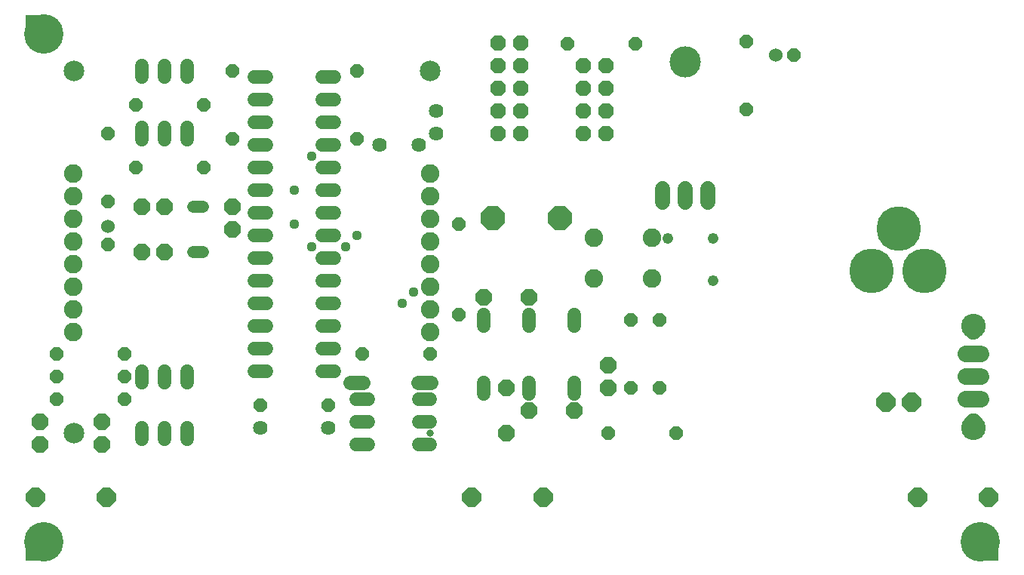
<source format=gts>
G75*
G70*
%OFA0B0*%
%FSLAX24Y24*%
%IPPOS*%
%LPD*%
%AMOC8*
5,1,8,0,0,1.08239X$1,22.5*
%
%ADD10C,0.0520*%
%ADD11OC8,0.0710*%
%ADD12C,0.0600*%
%ADD13OC8,0.0680*%
%ADD14OC8,0.0600*%
%ADD15OC8,0.1080*%
%ADD16OC8,0.0840*%
%ADD17C,0.0730*%
%ADD18C,0.0740*%
%ADD19C,0.0820*%
%ADD20C,0.0316*%
%ADD21C,0.1970*%
%ADD22C,0.0680*%
%ADD23C,0.1380*%
%ADD24C,0.0600*%
%ADD25C,0.0634*%
%ADD26C,0.0640*%
%ADD27R,0.0867X0.0867*%
%ADD28C,0.0437*%
%ADD29C,0.0476*%
%ADD30C,0.0907*%
%ADD31C,0.1080*%
%ADD32C,0.1740*%
D10*
X008147Y013746D02*
X008587Y013746D01*
X008587Y015746D02*
X008147Y015746D01*
D11*
X006867Y015746D03*
X005867Y015746D03*
X005867Y013746D03*
X006867Y013746D03*
X009867Y014746D03*
X009867Y015746D03*
X020992Y011746D03*
X022992Y011746D03*
X026492Y008746D03*
X026492Y007746D03*
X024992Y006746D03*
X022992Y006746D03*
X021992Y007746D03*
X021992Y005746D03*
X004117Y006246D03*
X004117Y005246D03*
X001367Y005246D03*
X001367Y006246D03*
D12*
X005867Y006006D02*
X005867Y005486D01*
X006867Y005486D02*
X006867Y006006D01*
X007867Y006006D02*
X007867Y005486D01*
X007867Y007986D02*
X007867Y008506D01*
X006867Y008506D02*
X006867Y007986D01*
X005867Y007986D02*
X005867Y008506D01*
X010857Y008496D02*
X011377Y008496D01*
X011377Y009496D02*
X010857Y009496D01*
X010857Y010496D02*
X011377Y010496D01*
X011377Y011496D02*
X010857Y011496D01*
X010857Y012496D02*
X011377Y012496D01*
X011377Y013496D02*
X010857Y013496D01*
X010857Y014496D02*
X011377Y014496D01*
X011377Y015496D02*
X010857Y015496D01*
X010857Y016496D02*
X011377Y016496D01*
X011377Y017496D02*
X010857Y017496D01*
X010857Y018496D02*
X011377Y018496D01*
X011377Y019496D02*
X010857Y019496D01*
X010857Y020496D02*
X011377Y020496D01*
X011377Y021496D02*
X010857Y021496D01*
X013857Y021496D02*
X014377Y021496D01*
X014377Y020496D02*
X013857Y020496D01*
X013857Y019496D02*
X014377Y019496D01*
X014377Y018496D02*
X013857Y018496D01*
X013857Y017496D02*
X014377Y017496D01*
X014377Y016496D02*
X013857Y016496D01*
X013857Y015496D02*
X014377Y015496D01*
X014377Y014496D02*
X013857Y014496D01*
X013857Y013496D02*
X014377Y013496D01*
X014377Y012496D02*
X013857Y012496D01*
X013857Y011496D02*
X014377Y011496D01*
X014377Y010496D02*
X013857Y010496D01*
X013857Y009496D02*
X014377Y009496D01*
X014377Y008496D02*
X013857Y008496D01*
X015357Y007246D02*
X015877Y007246D01*
X015877Y006246D02*
X015357Y006246D01*
X015357Y005246D02*
X015877Y005246D01*
X018107Y005246D02*
X018627Y005246D01*
X018627Y006246D02*
X018107Y006246D01*
X018107Y007246D02*
X018627Y007246D01*
X020992Y007486D02*
X020992Y008006D01*
X022992Y008006D02*
X022992Y007486D01*
X024992Y007486D02*
X024992Y008006D01*
X024992Y010486D02*
X024992Y011006D01*
X022992Y011006D02*
X022992Y010486D01*
X020992Y010486D02*
X020992Y011006D01*
X007867Y018736D02*
X007867Y019256D01*
X006867Y019256D02*
X006867Y018736D01*
X005867Y018736D02*
X005867Y019256D01*
X005867Y021486D02*
X005867Y022006D01*
X006867Y022006D02*
X006867Y021486D01*
X007867Y021486D02*
X007867Y022006D01*
D13*
X021617Y021996D03*
X022617Y021996D03*
X022617Y022996D03*
X021617Y022996D03*
X021617Y020996D03*
X022617Y020996D03*
X022617Y019996D03*
X021617Y019996D03*
X021617Y018996D03*
X022617Y018996D03*
X025367Y018996D03*
X026367Y018996D03*
X026367Y019996D03*
X025367Y019996D03*
X025367Y020996D03*
X026367Y020996D03*
X026367Y021996D03*
X025367Y021996D03*
D14*
X024670Y022964D03*
X027670Y022964D03*
X032585Y023067D03*
X034695Y022464D03*
X032585Y020067D03*
X019867Y014996D03*
X015367Y018746D03*
X015367Y021746D03*
X009867Y021746D03*
X008617Y020246D03*
X009867Y018746D03*
X008617Y017496D03*
X005617Y017496D03*
X004367Y018996D03*
X005617Y020246D03*
X004367Y015996D03*
X004367Y014096D03*
X005117Y009246D03*
X005117Y008246D03*
X005117Y007246D03*
X002117Y007246D03*
X002117Y008246D03*
X002117Y009246D03*
X011117Y006996D03*
X014117Y006996D03*
X015617Y009246D03*
X018617Y009246D03*
X019867Y010996D03*
X027492Y010746D03*
X028742Y010746D03*
X028742Y007746D03*
X027492Y007746D03*
X026492Y005746D03*
X029492Y005746D03*
D15*
X024347Y015246D03*
X021387Y015246D03*
D16*
X038742Y007121D03*
X039867Y007121D03*
X040142Y002938D03*
X043292Y002938D03*
X023607Y002938D03*
X020457Y002938D03*
X004315Y002938D03*
X001166Y002938D03*
D17*
X042292Y007246D02*
X042941Y007246D01*
X042941Y008246D02*
X042292Y008246D01*
X042292Y009246D02*
X042941Y009246D01*
D18*
X042617Y010246D03*
X042617Y006246D03*
D19*
X028397Y012606D03*
X025837Y012606D03*
X025837Y014386D03*
X028397Y014386D03*
X018617Y014242D03*
X018617Y015242D03*
X018617Y016242D03*
X018617Y017242D03*
X018617Y013242D03*
X018617Y012242D03*
X018617Y011242D03*
X018617Y010242D03*
X002837Y010242D03*
X002837Y011242D03*
X002837Y012242D03*
X002837Y013242D03*
X002837Y014242D03*
X002837Y015242D03*
X002837Y016242D03*
X002837Y017242D03*
D20*
X002867Y021746D03*
X018617Y021746D03*
X018617Y005746D03*
X002867Y005746D03*
D21*
X038128Y012931D03*
X040451Y012931D03*
X039310Y014781D03*
D22*
X030867Y015946D02*
X030867Y016546D01*
X029867Y016546D02*
X029867Y015946D01*
X028867Y015946D02*
X028867Y016546D01*
D23*
X029867Y022146D03*
D24*
X033895Y022464D03*
X004367Y014896D03*
D25*
X015090Y007996D02*
X015644Y007996D01*
X018090Y007996D02*
X018644Y007996D01*
D26*
X014117Y005996D03*
X011117Y005996D03*
X016367Y018496D03*
X018117Y018496D03*
X018867Y018996D03*
X018867Y019996D03*
D27*
X001166Y000576D03*
X043292Y000576D03*
X001166Y023805D03*
D28*
X013367Y017996D03*
X012617Y016496D03*
X012617Y014996D03*
X013367Y013996D03*
X014867Y013996D03*
X015367Y014496D03*
X017867Y011996D03*
X017367Y011496D03*
D29*
X029117Y014371D03*
X031117Y014371D03*
X031117Y012496D03*
D30*
X018617Y021746D03*
X002867Y021746D03*
X002867Y005746D03*
D31*
X042617Y005996D03*
X042617Y010496D03*
D32*
X042898Y000970D03*
X001560Y000970D03*
X001560Y023411D03*
M02*

</source>
